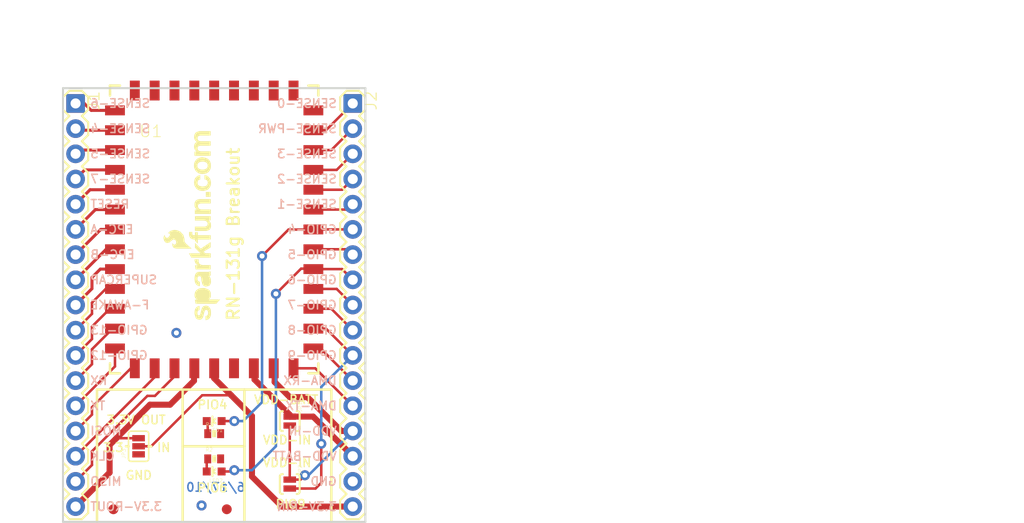
<source format=kicad_pcb>
(kicad_pcb (version 20211014) (generator pcbnew)
  (layers (0 "F.Cu" signal) (31 "B.Cu" signal) (34 "B.Paste" user) (35 "F.Paste" user) (36 "B.SilkS" user "B.Silkscreen") (37 "F.SilkS" user "F.Silkscreen") (38 "B.Mask" user) (39 "F.Mask" user) (44 "Edge.Cuts" user))
  (net 0 "")
  (net 1 "GND")
  (net 2 "3.3V-RIN")
  (net 3 "3.3V-ROUT")
  (net 4 "SENSE-PWR")
  (net 5 "RX")
  (net 6 "TX")
  (net 7 "MISO")
  (net 8 "MOSI")
  (net 9 "CLK")
  (net 10 "DMA-TX")
  (net 11 "DMA-RX")
  (net 12 "EPC-A")
  (net 13 "S_CAP")
  (net 14 "F_AWAKE")
  (net 15 "RESET")
  (net 16 "GPIO-4")
  (net 17 "GPIO-5")
  (net 18 "GPIO-6")
  (net 19 "GPIO-7")
  (net 20 "GPIO-8")
  (net 21 "GPIO-9")
  (net 22 "GPIO-12")
  (net 23 "GPIO-13")
  (net 24 "SEN0")
  (net 25 "SEN1")
  (net 26 "SEN2")
  (net 27 "SEN3")
  (net 28 "SEN4")
  (net 29 "SEN5")
  (net 30 "SEN6")
  (net 31 "SEN7")
  (net 32 "EPC-B")
  (net 33 "VDD-BATT")
  (net 34 "VDD-IN")
  (net 35 "N$1")
  (net 36 "N$2")
  (footprint "boardEagle:SJ_2S-NO" (layer "F.Cu") (at 156.1211 116.7036 -90)
    (fp_text reference "JP1" (at -0.908 -1.27 -90) (layer "F.SilkS") (effects (font (size 0.373888 0.373888) (thickness 0.032512)) (justify left bottom)))
    (fp_text value "")
    (pad "1" smd rect (at -0.45 0 270) (size 0.635 1.27) (layers "F.Cu" "F.Mask") (net 33 "VDD-BATT"))
    (pad "2" smd rect (at 0.45 0 270) (size 0.635 1.27) (layers "F.Cu" "F.Mask") (net 34 "VDD-IN"))
  )
  (footprint "boardEagle:LED-0603" (layer "F.Cu") (at 148.5011 116.7036 90)
    (fp_text reference "LED1" (at -0.6985 0.889 180) (layer "F.SilkS") (effects (font (size 0.373888 0.373888) (thickness 0.032512)) (justify right top)))
    (fp_text value "GREEN")
    (pad "A" smd rect (at 0 0.75 90) (size 0.8 0.8) (layers "F.Cu" "F.Paste" "F.Mask") (net 16 "GPIO-4"))
    (pad "C" smd rect (at 0 -0.75 90) (size 0.8 0.8) (layers "F.Cu" "F.Paste" "F.Mask") (net 36 "N$2"))
  )
  (footprint "boardEagle:SFE-NEW-WEBLOGO" (layer "F.Cu") (at 149.0891 106.5236 90)
    (fp_text reference "U$1" hide)
    (fp_text value "LOGO-SFENEW" hide)
  )
  (footprint "boardEagle:CREATIVE_COMMONS" (layer "F.Cu") (at 147.2311 115.4336)
    (fp_text reference "U$4" hide)
    (fp_text value "CREATIVE_COMMONS" hide)
  )
  (footprint "boardEagle:SJ_2S-NO" (layer "F.Cu") (at 156.1211 123.0536 -90)
    (fp_text reference "JP2" (at -0.908 -1.27 -90) (layer "F.SilkS") (effects (font (size 0.373888 0.373888) (thickness 0.032512)) (justify left bottom)))
    (fp_text value "")
    (pad "1" smd rect (at -0.45 0 270) (size 0.635 1.27) (layers "F.Cu" "F.Mask") (net 34 "VDD-IN"))
    (pad "2" smd rect (at 0.45 0 270) (size 0.635 1.27) (layers "F.Cu" "F.Mask") (net 21 "GPIO-9"))
  )
  (footprint "boardEagle:0402-RES" (layer "F.Cu") (at 148.5011 117.9736)
    (fp_text reference "R1" (at -0.889 -0.6985) (layer "F.SilkS") (effects (font (size 0.373888 0.373888) (thickness 0.032512)) (justify left bottom)))
    (fp_text value "220")
    (pad "1" smd rect (at -0.65 0) (size 0.7 0.9) (layers "F.Cu" "F.Paste" "F.Mask") (net 36 "N$2"))
    (pad "2" smd rect (at 0.65 0) (size 0.7 0.9) (layers "F.Cu" "F.Paste" "F.Mask") (net 1 "GND"))
  )
  (footprint "boardEagle:RN-131G" (layer "F.Cu") (at 148.5011 96.3836)
    (fp_text reference "U1" (at -7.62 -8.89) (layer "F.SilkS") (effects (font (size 1.176528 1.176528) (thickness 0.093472)) (justify left)))
    (fp_text value "RN-131G")
    (pad "P$1" smd rect (at -10 -11 90) (size 1 2) (layers "F.Cu" "F.Paste" "F.Mask") (net 30 "SEN6"))
    (pad "P$2" smd rect (at -10 -9 90) (size 1 2) (layers "F.Cu" "F.Paste" "F.Mask") (net 28 "SEN4"))
    (pad "P$3" smd rect (at -10 -7 90) (size 1 2) (layers "F.Cu" "F.Paste" "F.Mask") (net 29 "SEN5"))
    (pad "P$4" smd rect (at -10 -5 90) (size 1 2) (layers "F.Cu" "F.Paste" "F.Mask") (net 31 "SEN7"))
    (pad "P$5" smd rect (at -10 -3 90) (size 1 2) (layers "F.Cu" "F.Paste" "F.Mask") (net 15 "RESET"))
    (pad "P$6" smd rect (at -10 -1 90) (size 1 2) (layers "F.Cu" "F.Paste" "F.Mask") (net 12 "EPC-A"))
    (pad "P$7" smd rect (at -10 1 90) (size 1 2) (layers "F.Cu" "F.Paste" "F.Mask") (net 32 "EPC-B"))
    (pad "P$8" smd rect (at -10 3 90) (size 1 2) (layers "F.Cu" "F.Paste" "F.Mask") (net 13 "S_CAP"))
    (pad "P$9" smd rect (at -10 5 90) (size 1 2) (layers "F.Cu" "F.Paste" "F.Mask") (net 14 "F_AWAKE"))
    (pad "P$10" smd rect (at -10 7 90) (size 1 2) (layers "F.Cu" "F.Paste" "F.Mask") (net 23 "GPIO-13"))
    (pad "P$11" smd rect (at -10 9 90) (size 1 2) (layers "F.Cu" "F.Paste" "F.Mask") (net 22 "GPIO-12"))
    (pad "P$12" smd rect (at -10 11 90) (size 1 2) (layers "F.Cu" "F.Paste" "F.Mask") (net 5 "RX"))
    (pad "P$13" smd rect (at -10 13 90) (size 1 2) (layers "F.Cu" "F.Paste" "F.Mask") (net 6 "TX"))
    (pad "P$14" smd rect (at -8 15 180) (size 1 2) (layers "F.Cu" "F.Paste" "F.Mask") (net 8 "MOSI"))
    (pad "P$15" smd rect (at -6 15 180) (size 1 2) (layers "F.Cu" "F.Paste" "F.Mask") (net 9 "CLK"))
    (pad "P$16" smd rect (at -4 15 180) (size 1 2) (layers "F.Cu" "F.Paste" "F.Mask") (net 7 "MISO"))
    (pad "P$17" smd rect (at -2 15 180) (size 1 2) (layers "F.Cu" "F.Paste" "F.Mask") (net 3 "3.3V-ROUT"))
    (pad "P$18" smd rect (at 0 15 180) (size 1 2) (layers "F.Cu" "F.Paste" "F.Mask") (net 2 "3.3V-RIN"))
    (pad "P$19" smd rect (at 2 15 180) (size 1 2) (layers "F.Cu" "F.Paste" "F.Mask") (net 1 "GND"))
    (pad "P$20" smd rect (at 4 15 180) (size 1 2) (layers "F.Cu" "F.Paste" "F.Mask") (net 33 "VDD-BATT"))
    (pad "P$21" smd rect (at 6 15 180) (size 1 2) (layers "F.Cu" "F.Paste" "F.Mask") (net 34 "VDD-IN"))
    (pad "P$22" smd rect (at 8 15 180) (size 1 2) (layers "F.Cu" "F.Paste" "F.Mask") (net 10 "DMA-TX"))
    (pad "P$23" smd rect (at 10 13 270) (size 1 2) (layers "F.Cu" "F.Paste" "F.Mask") (net 11 "DMA-RX"))
    (pad "P$24" smd rect (at 10 11 270) (size 1 2) (layers "F.Cu" "F.Paste" "F.Mask") (net 21 "GPIO-9"))
    (pad "P$25" smd rect (at 10 9 270) (size 1 2) (layers "F.Cu" "F.Paste" "F.Mask") (net 20 "GPIO-8"))
    (pad "P$26" smd rect (at 10 7 270) (size 1 2) (layers "F.Cu" "F.Paste" "F.Mask") (net 19 "GPIO-7"))
    (pad "P$27" smd rect (at 10 5 270) (size 1 2) (layers "F.Cu" "F.Paste" "F.Mask") (net 18 "GPIO-6"))
    (pad "P$28" smd rect (at 10 3 270) (size 1 2) (layers "F.Cu" "F.Paste" "F.Mask") (net 17 "GPIO-5"))
    (pad "P$29" smd rect (at 10 1 270) (size 1 2) (layers "F.Cu" "F.Paste" "F.Mask") (net 16 "GPIO-4"))
    (pad "P$30" smd rect (at 10 -1 270) (size 1 2) (layers "F.Cu" "F.Paste" "F.Mask") (net 25 "SEN1"))
    (pad "P$31" smd rect (at 10 -3 270) (size 1 2) (layers "F.Cu" "F.Paste" "F.Mask") (net 26 "SEN2"))
    (pad "P$32" smd rect (at 10 -5 270) (size 1 2) (layers "F.Cu" "F.Paste" "F.Mask") (net 27 "SEN3"))
    (pad "P$33" smd rect (at 10 -7 270) (size 1 2) (layers "F.Cu" "F.Paste" "F.Mask") (net 4 "SENSE-PWR"))
    (pad "P$34" smd rect (at 10 -9 270) (size 1 2) (layers "F.Cu" "F.Paste" "F.Mask") (net 24 "SEN0"))
    (pad "P$35" smd rect (at 10 -11 270) (size 1 2) (layers "F.Cu" "F.Paste" "F.Mask"))
    (pad "P$36" smd rect (at 8 -13) (size 1 2) (layers "F.Cu" "F.Paste" "F.Mask") (net 1 "GND"))
    (pad "P$37" smd rect (at 6 -13) (size 1 2) (layers "F.Cu" "F.Paste" "F.Mask") (net 1 "GND"))
    (pad "P$38" smd rect (at 4 -13) (size 1 2) (layers "F.Cu" "F.Paste" "F.Mask") (net 1 "GND"))
    (pad "P$39" smd rect (at 2 -13) (size 1 2) (layers "F.Cu" "F.Paste" "F.Mask") (net 1 "GND"))
    (pad "P$40" smd rect (at 0 -13) (size 1 2) (layers "F.Cu" "F.Paste" "F.Mask") (net 1 "GND"))
    (pad "P$41" smd rect (at -2 -13) (size 1 2) (layers "F.Cu" "F.Paste" "F.Mask") (net 1 "GND"))
    (pad "P$42" smd rect (at -4 -13) (size 1 2) (layers "F.Cu" "F.Paste" "F.Mask") (net 1 "GND"))
    (pad "P$43" smd rect (at -6 -13) (size 1 2) (layers "F.Cu" "F.Paste" "F.Mask") (net 1 "GND"))
    (pad "P$44" smd rect (at -8 -13) (size 1 2) (layers "F.Cu" "F.Paste" "F.Mask") (net 1 "GND"))
  )
  (footprint "boardEagle:FIDUCIAL-1X2" (layer "F.Cu") (at 138.3411 125.5936)
    (fp_text reference "U$2" hide)
    (fp_text value "FIDUCIAL1X2" hide)
    (pad "1" smd roundrect (at 0 0) (size 1 1) (layers "F.Cu" "F.Mask") (roundrect_rratio 0.5))
  )
  (footprint "boardEagle:0402-RES" (layer "F.Cu") (at 148.5011 120.5136)
    (fp_text reference "R2" (at -0.889 -0.6985) (layer "F.SilkS") (effects (font (size 0.373888 0.373888) (thickness 0.032512)) (justify left bottom)))
    (fp_text value "220")
    (pad "1" smd rect (at -0.65 0) (size 0.7 0.9) (layers "F.Cu" "F.Paste" "F.Mask") (net 35 "N$1"))
    (pad "2" smd rect (at 0.65 0) (size 0.7 0.9) (layers "F.Cu" "F.Paste" "F.Mask") (net 1 "GND"))
  )
  (footprint "boardEagle:1X17" (layer "F.Cu") (at 134.5311 84.6836 -90)
    (fp_text reference "J1" (at -1.3462 -1.8288 90) (layer "F.SilkS") (effects (font (size 1.1557 1.1557) (thickness 0.1143)) (justify right)))
    (fp_text value "M17" hide)
    (pad "1" thru_hole rect (at 0 0) (size 1.8796 1.8796) (drill 1.016) (layers *.Cu *.Mask) (net 30 "SEN6"))
    (pad "2" thru_hole circle (at 2.54 0) (size 1.8796 1.8796) (drill 1.016) (layers *.Cu *.Mask) (net 28 "SEN4"))
    (pad "3" thru_hole circle (at 5.08 0) (size 1.8796 1.8796) (drill 1.016) (layers *.Cu *.Mask) (net 29 "SEN5"))
    (pad "4" thru_hole circle (at 7.62 0) (size 1.8796 1.8796) (drill 1.016) (layers *.Cu *.Mask) (net 31 "SEN7"))
    (pad "5" thru_hole circle (at 10.16 0) (size 1.8796 1.8796) (drill 1.016) (layers *.Cu *.Mask) (net 15 "RESET"))
    (pad "6" thru_hole circle (at 12.7 0) (size 1.8796 1.8796) (drill 1.016) (layers *.Cu *.Mask) (net 12 "EPC-A"))
    (pad "7" thru_hole circle (at 15.24 0) (size 1.8796 1.8796) (drill 1.016) (layers *.Cu *.Mask) (net 32 "EPC-B"))
    (pad "8" thru_hole circle (at 17.78 0) (size 1.8796 1.8796) (drill 1.016) (layers *.Cu *.Mask) (net 13 "S_CAP"))
    (pad "9" thru_hole circle (at 20.32 0) (size 1.8796 1.8796) (drill 1.016) (layers *.Cu *.Mask) (net 14 "F_AWAKE"))
    (pad "10" thru_hole circle (at 22.86 0) (size 1.8796 1.8796) (drill 1.016) (layers *.Cu *.Mask) (net 23 "GPIO-13"))
    (pad "11" thru_hole circle (at 25.4 0) (size 1.8796 1.8796) (drill 1.016) (layers *.Cu *.Mask) (net 22 "GPIO-12"))
    (pad "12" thru_hole circle (at 27.94 0) (size 1.8796 1.8796) (drill 1.016) (layers *.Cu *.Mask) (net 5 "RX"))
    (pad "13" thru_hole circle (at 30.48 0) (size 1.8796 1.8796) (drill 1.016) (layers *.Cu *.Mask) (net 6 "TX"))
    (pad "14" thru_hole circle (at 33.02 0) (size 1.8796 1.8796) (drill 1.016) (layers *.Cu *.Mask) (net 8 "MOSI"))
    (pad "15" thru_hole circle (at 35.56 0) (size 1.8796 1.8796) (drill 1.016) (layers *.Cu *.Mask) (net 9 "CLK"))
    (pad "16" thru_hole circle (at 38.1 0) (size 1.8796 1.8796) (drill 1.016) (layers *.Cu *.Mask) (net 7 "MISO"))
    (pad "17" thru_hole circle (at 40.64 0) (size 1.8796 1.8796) (drill 1.016) (layers *.Cu *.Mask) (net 3 "3.3V-ROUT"))
  )
  (footprint "boardEagle:SJ_3_PASTE1&2" (layer "F.Cu") (at 140.8811 119.2436 90)
    (fp_text reference "JP3" (at -1.27 -1.27 90) (layer "F.SilkS") (effects (font (size 0.373888 0.373888) (thickness 0.032512)) (justify left bottom)))
    (fp_text value "JUMPER-31-2")
    (pad "1" smd rect (at -0.8128 0 90) (size 0.635 1.27) (layers "F.Cu" "F.Mask") (net 1 "GND"))
    (pad "2" smd rect (at 0 0 90) (size 0.635 1.27) (layers "F.Cu" "F.Mask") (net 2 "3.3V-RIN"))
    (pad "3" smd rect (at 0.8128 0 90) (size 0.635 1.27) (layers "F.Cu" "F.Mask") (net 3 "3.3V-ROUT"))
  )
  (footprint "boardEagle:1X17" (layer "F.Cu") (at 162.4711 84.6836 -90)
    (fp_text reference "J2" (at -1.3462 -1.8288 90) (layer "F.SilkS") (effects (font (size 1.1557 1.1557) (thickness 0.1143)) (justify right)))
    (fp_text value "M17" hide)
    (pad "1" thru_hole rect (at 0 0) (size 1.8796 1.8796) (drill 1.016) (layers *.Cu *.Mask) (net 24 "SEN0"))
    (pad "2" thru_hole circle (at 2.54 0) (size 1.8796 1.8796) (drill 1.016) (layers *.Cu *.Mask) (net 4 "SENSE-PWR"))
    (pad "3" thru_hole circle (at 5.08 0) (size 1.8796 1.8796) (drill 1.016) (layers *.Cu *.Mask) (net 27 "SEN3"))
    (pad "4" thru_hole circle (at 7.62 0) (size 1.8796 1.8796) (drill 1.016) (layers *.Cu *.Mask) (net 26 "SEN2"))
    (pad "5" thru_hole circle (at 10.16 0) (size 1.8796 1.8796) (drill 1.016) (layers *.Cu *.Mask) (net 25 "SEN1"))
    (pad "6" thru_hole circle (at 12.7 0) (size 1.8796 1.8796) (drill 1.016) (layers *.Cu *.Mask) (net 16 "GPIO-4"))
    (pad "7" thru_hole circle (at 15.24 0) (size 1.8796 1.8796) (drill 1.016) (layers *.Cu *.Mask) (net 17 "GPIO-5"))
    (pad "8" thru_hole circle (at 17.78 0) (size 1.8796 1.8796) (drill 1.016) (layers *.Cu *.Mask) (net 18 "GPIO-6"))
    (pad "9" thru_hole circle (at 20.32 0) (size 1.8796 1.8796) (drill 1.016) (layers *.Cu *.Mask) (net 19 "GPIO-7"))
    (pad "10" thru_hole circle (at 22.86 0) (size 1.8796 1.8796) (drill 1.016) (layers *.Cu *.Mask) (net 20 "GPIO-8"))
    (pad "11" thru_hole circle (at 25.4 0) (size 1.8796 1.8796) (drill 1.016) (layers *.Cu *.Mask) (net 21 "GPIO-9"))
    (pad "12" thru_hole circle (at 27.94 0) (size 1.8796 1.8796) (drill 1.016) (layers *.Cu *.Mask) (net 11 "DMA-RX"))
    (pad "13" thru_hole circle (at 30.48 0) (size 1.8796 1.8796) (drill 1.016) (layers *.Cu *.Mask) (net 10 "DMA-TX"))
    (pad "14" thru_hole circle (at 33.02 0) (size 1.8796 1.8796) (drill 1.016) (layers *.Cu *.Mask) (net 34 "VDD-IN"))
    (pad "15" thru_hole circle (at 35.56 0) (size 1.8796 1.8796) (drill 1.016) (layers *.Cu *.Mask) (net 33 "VDD-BATT"))
    (pad "16" thru_hole circle (at 38.1 0) (size 1.8796 1.8796) (drill 1.016) (layers *.Cu *.Mask) (net 1 "GND"))
    (pad "17" thru_hole circle (at 40.64 0) (size 1.8796 1.8796) (drill 1.016) (layers *.Cu *.Mask) (net 2 "3.3V-RIN"))
  )
  (footprint "boardEagle:FIDUCIAL-1X2" (layer "F.Cu") (at 149.7711 125.5936)
    (fp_text reference "U$3" hide)
    (fp_text value "FIDUCIAL1X2" hide)
    (pad "1" smd roundrect (at 0 0) (size 1 1) (layers "F.Cu" "F.Mask") (roundrect_rratio 0.5))
  )
  (footprint "boardEagle:LED-0603" (layer "F.Cu") (at 148.5011 121.7836 90)
    (fp_text reference "LED2" (at -0.6985 0.889 180) (layer "F.SilkS") (effects (font (size 0.373888 0.373888) (thickness 0.032512)) (justify right top)))
    (fp_text value "RED")
    (pad "A" smd rect (at 0 0.75 90) (size 0.8 0.8) (layers "F.Cu" "F.Paste" "F.Mask") (net 18 "GPIO-6"))
    (pad "C" smd rect (at 0 -0.75 90) (size 0.8 0.8) (layers "F.Cu" "F.Paste" "F.Mask") (net 35 "N$1"))
  )
  (gr_line (start 139.8651 119.2436) (end 139.6111 119.2436) (layer "F.SilkS") (width 0.254))
  (gr_line (start 145.3261 113.5286) (end 151.5491 113.5286) (layer "F.SilkS") (width 0.254))
  (gr_line (start 145.3261 119.2436) (end 145.3261 126.7366) (layer "F.SilkS") (width 0.254))
  (gr_line (start 145.3261 119.2436) (end 151.5491 119.2436) (layer "F.SilkS") (width 0.254))
  (gr_line (start 151.5491 113.5286) (end 151.5491 119.2436) (layer "F.SilkS") (width 0.254))
  (gr_line (start 160.3121 113.5286) (end 160.3121 126.8636) (layer "F.SilkS") (width 0.254))
  (gr_line (start 145.3261 113.5286) (end 145.3261 119.2436) (layer "F.SilkS") (width 0.254))
  (gr_line (start 136.6901 126.8636) (end 136.6901 113.5286) (layer "F.SilkS") (width 0.254))
  (gr_line (start 151.5491 119.2436) (end 151.5491 126.8636) (layer "F.SilkS") (width 0.254))
  (gr_line (start 136.6901 113.5286) (end 145.3261 113.5286) (layer "F.SilkS") (width 0.254))
  (gr_line (start 141.8971 119.2436) (end 142.1511 119.2436) (layer "F.SilkS") (width 0.254))
  (gr_line (start 151.5491 113.5286) (end 160.3121 113.5286) (layer "F.SilkS") (width 0.254))
  (gr_line (start 133.2611 83.1436) (end 133.2611 126.8636) (layer "Edge.Cuts") (width 0.2032))
  (gr_line (start 163.7411 126.8636) (end 163.7411 83.1436) (layer "Edge.Cuts") (width 0.2032))
  (gr_line (start 163.7411 83.1436) (end 133.2611 83.1436) (layer "Edge.Cuts") (width 0.2032))
  (gr_line (start 133.2611 126.8636) (end 163.7411 126.8636) (layer "Edge.Cuts") (width 0.2032))
  (gr_text "6/17/10" (at 151.7121 123.8796) (layer "B.Cu") (effects (font (size 0.8636 0.8636) (thickness 0.1524)) (justify left bottom mirror)))
  (gr_text "GPIO-5" (at 160.9471 100.4316) (layer "B.SilkS") (effects (font (size 0.8636 0.8636) (thickness 0.1524)) (justify left bottom mirror)))
  (gr_text "F-AWAKE" (at 135.9281 104.4956) (layer "B.SilkS") (effects (font (size 0.8636 0.8636) (thickness 0.1524)) (justify right top mirror)))
  (gr_text "DMA-RX" (at 160.9471 113.1316) (layer "B.SilkS") (effects (font (size 0.8636 0.8636) (thickness 0.1524)) (justify left bottom mirror)))
  (gr_text "SENSE-6" (at 135.9281 84.1756) (layer "B.SilkS") (effects (font (size 0.8636 0.8636) (thickness 0.1524)) (justify right top mirror)))
  (gr_text "SUPERCAP" (at 135.9281 101.9556) (layer "B.SilkS") (effects (font (size 0.8636 0.8636) (thickness 0.1524)) (justify right top mirror)))
  (gr_text "SENSE-4" (at 135.9281 86.7156) (layer "B.SilkS") (effects (font (size 0.8636 0.8636) (thickness 0.1524)) (justify right top mirror)))
  (gr_text "MISO" (at 135.9281 122.2756) (layer "B.SilkS") (effects (font (size 0.8636 0.8636) (thickness 0.1524)) (justify right top mirror)))
  (gr_text "3.3V-RIN" (at 160.9471 125.8316) (layer "B.SilkS") (effects (font (size 0.8636 0.8636) (thickness 0.1524)) (justify left bottom mirror)))
  (gr_text "GPIO-12" (at 135.9281 109.5756) (layer "B.SilkS") (effects (font (size 0.8636 0.8636) (thickness 0.1524)) (justify right top mirror)))
  (gr_text "SENSE-2" (at 160.9471 92.8116) (layer "B.SilkS") (effects (font (size 0.8636 0.8636) (thickness 0.1524)) (justify left bottom mirror)))
  (gr_text "EPC-B" (at 135.9281 99.4156) (layer "B.SilkS") (effects (font (size 0.8636 0.8636) (thickness 0.1524)) (justify right top mirror)))
  (gr_text "GPIO-7" (at 160.9471 105.5116) (layer "B.SilkS") (effects (font (size 0.8636 0.8636) (thickness 0.1524)) (justify left bottom mirror)))
  (gr_text "SENSE-PWR" (at 160.9471 87.7316) (layer "B.SilkS") (effects (font (size 0.8636 0.8636) (thickness 0.1524)) (justify left bottom mirror)))
  (gr_text "GPIO-13" (at 135.9281 107.0356) (layer "B.SilkS") (effects (font (size 0.8636 0.8636) (thickness 0.1524)) (justify right top mirror)))
  (gr_text "SENSE-3" (at 160.9471 90.2716) (layer "B.SilkS") (effects (font (size 0.8636 0.8636) (thickness 0.1524)) (justify left bottom mirror)))
  (gr_text "DMA-TX" (at 160.9471 115.6716) (layer "B.SilkS") (effects (font (size 0.8636 0.8636) (thickness 0.1524)) (justify left bottom mirror)))
  (gr_text "MOSI" (at 135.9281 117.1956) (layer "B.SilkS") (effects (font (size 0.8636 0.8636) (thickness 0.1524)) (justify right top mirror)))
  (gr_text "SENSE-0" (at 160.9471 85.1916) (layer "B.SilkS") (effects (font (size 0.8636 0.8636) (thickness 0.1524)) (justify left bottom mirror)))
  (gr_text "GPIO-8" (at 160.9471 108.0516) (layer "B.SilkS") (effects (font (size 0.8636 0.8636) (thickness 0.1524)) (justify left bottom mirror)))
  (gr_text "RESET" (at 135.9281 94.3356) (layer "B.SilkS") (effects (font (size 0.8636 0.8636) (thickness 0.1524)) (justify right top mirror)))
  (gr_text "CLK" (at 135.9281 119.7356) (layer "B.SilkS") (effects (font (size 0.8636 0.8636) (thickness 0.1524)) (justify right top mirror)))
  (gr_text "SENSE-7" (at 135.9281 91.7956) (layer "B.SilkS") (effects (font (size 0.8636 0.8636) (thickness 0.1524)) (justify right top mirror)))
  (gr_text "RX" (at 135.9281 112.1156) (layer "B.SilkS") (effects (font (size 0.8636 0.8636) (thickness 0.1524)) (justify right top mirror)))
  (gr_text "GPIO-9" (at 160.9471 110.5916) (layer "B.SilkS") (effects (font (size 0.8636 0.8636) (thickness 0.1524)) (justify left bottom mirror)))
  (gr_text "GPIO-6" (at 160.9471 102.9716) (layer "B.SilkS") (effects (font (size 0.8636 0.8636) (thickness 0.1524)) (justify left bottom mirror)))
  (gr_text "VDD-BATT" (at 160.9471 120.7516) (layer "B.SilkS") (effects (font (size 0.8636 0.8636) (thickness 0.1524)) (justify left bottom mirror)))
  (gr_text "VDD-IN" (at 160.9471 118.2116) (layer "B.SilkS") (effects (font (size 0.8636 0.8636) (thickness 0.1524)) (justify left bottom mirror)))
  (gr_text "GPIO-4" (at 160.9471 97.8916) (layer "B.SilkS") (effects (font (size 0.8636 0.8636) (thickness 0.1524)) (justify left bottom mirror)))
  (gr_text "TX" (at 135.9281 114.6556) (layer "B.SilkS") (effects (font (size 0.8636 0.8636) (thickness 0.1524)) (justify right top mirror)))
  (gr_text "SENSE-1" (at 160.9471 95.3516) (layer "B.SilkS") (effects (font (size 0.8636 0.8636) (thickness 0.1524)) (justify left bottom mirror)))
  (gr_text "GND" (at 160.9471 123.2916) (layer "B.SilkS") (effects (font (size 0.8636 0.8636) (thickness 0.1524)) (justify left bottom mirror)))
  (gr_text "SENSE-5" (at 135.9281 89.2556) (layer "B.SilkS") (effects (font (size 0.8636 0.8636) (thickness 0.1524)) (justify right top mirror)))
  (gr_text "EPC-A" (at 135.9281 96.8756) (layer "B.SilkS") (effects (font (size 0.8636 0.8636) (thickness 0.1524)) (justify right top mirror)))
  (gr_text "3.3V-ROUT" (at 135.9281 124.8156) (layer "B.SilkS") (effects (font (size 0.8636 0.8636) (thickness 0.1524)) (justify right top mirror)))
  (gr_text "GND" (at 139.4841 122.6726) (layer "F.SilkS") (effects (font (size 0.8636 0.8636) (thickness 0.1524)) (justify left bottom)))
  (gr_text "RN-131g Breakout" (at 151.1371 106.6986 90) (layer "F.SilkS") (effects (font (size 1.20904 1.20904) (thickness 0.21336)) (justify left bottom)))
  (gr_text "PIO6" (at 146.7231 123.9426) (layer "F.SilkS") (effects (font (size 0.8636 0.8636) (thickness 0.1524)) (justify left bottom)))
  (gr_text "VDD-IN" (at 153.3271 119.1166) (layer "F.SilkS") (effects (font (size 0.8636 0.8636) (thickness 0.1524)) (justify left bottom)))
  (gr_text "PIO4" (at 146.7231 115.5606) (layer "F.SilkS") (effects (font (size 0.8636 0.8636) (thickness 0.1524)) (justify left bottom)))
  (gr_text "PIO9" (at 154.5971 125.5936) (layer "F.SilkS") (effects (font (size 0.8636 0.8636) (thickness 0.1524)) (justify left bottom)))
  (gr_text "3.3" (at 137.1981 119.8786) (layer "F.SilkS") (effects (font (size 0.8636 0.8636) (thickness 0.1524)) (justify left bottom)))
  (gr_text "VDD-IN" (at 153.3271 121.4026) (layer "F.SilkS") (effects (font (size 0.8636 0.8636) (thickness 0.1524)) (justify left bottom)))
  (gr_text "VDD-BATT" (at 152.4381 115.0526) (layer "F.SilkS") (effects (font (size 0.8636 0.8636) (thickness 0.1524)) (justify left bottom)))
  (gr_text "3.3V OUT" (at 137.5791 117.0846) (layer "F.SilkS") (effects (font (size 0.8636 0.8636) (thickness 0.1524)) (justify left bottom)))
  (gr_text "IN" (at 142.6591 119.8786) (layer "F.SilkS") (effects (font (size 0.8636 0.8636) (thickness 0.1524)) (justify left bottom)))
  (via (at 147.2311 125.2126) (size 1.016) (drill 0.508) (layers "F.Cu" "B.Cu") (net 1))
  (via (at 144.6911 107.8136) (size 1.016) (drill 0.508) (layers "F.Cu" "B.Cu") (net 1))
  (segment (start 152.3111 116.1956) (end 152.3111 122.2916) (width 0.6096) (layer "F.Cu") (net 2))
  (segment (start 152.3111 122.2916) (end 155.3431 125.3236) (width 0.6096) (layer "F.Cu") (net 2))
  (segment (start 150.2156 114.1001) (end 148.5011 112.3856) (width 0.6096) (layer "F.Cu") (net 2))
  (segment (start 155.3431 125.3236) (end 162.4711 125.3236) (width 0.6096) (layer "F.Cu") (net 2))
  (segment (start 148.5011 112.3856) (end 148.5011 111.3836) (width 0.254) (layer "F.Cu") (net 2))
  (segment (start 148.5011 112.3856) (end 148.5011 111.3696) (width 0.6096) (layer "F.Cu") (net 2))
  (segment (start 142.1511 119.2436) (end 147.2946 114.1001) (width 0.254) (layer "F.Cu") (net 2))
  (segment (start 140.8811 119.2436) (end 142.1511 119.2436) (width 0.254) (layer "F.Cu") (net 2))
  (segment (start 150.2156 114.1001) (end 152.3111 116.1956) (width 0.6096) (layer "F.Cu") (net 2))
  (segment (start 147.2946 114.1001) (end 150.2156 114.1001) (width 0.254) (layer "F.Cu") (net 2))
  (segment (start 137.9601 119.1166) (end 138.5951 118.4816) (width 0.6096) (layer "F.Cu") (net 3))
  (segment (start 137.9601 121.8946) (end 137.9601 119.1166) (width 0.6096) (layer "F.Cu") (net 3))
  (segment (start 138.6459 118.4308) (end 140.8811 118.4308) (width 0.254) (layer "F.Cu") (net 3))
  (segment (start 138.5951 118.4816) (end 138.6459 118.4308) (width 0.254) (layer "F.Cu") (net 3))
  (segment (start 146.4691 112.6396) (end 146.4691 111.4156) (width 0.6096) (layer "F.Cu") (net 3))
  (segment (start 138.5951 118.4816) (end 142.0241 115.0526) (width 0.6096) (layer "F.Cu") (net 3))
  (segment (start 134.5311 125.3236) (end 137.9601 121.8946) (width 0.6096) (layer "F.Cu") (net 3))
  (segment (start 142.0241 115.0526) (end 144.0561 115.0526) (width 0.6096) (layer "F.Cu") (net 3))
  (segment (start 144.0561 115.0526) (end 146.4691 112.6396) (width 0.6096) (layer "F.Cu") (net 3))
  (segment (start 146.4691 111.4156) (end 146.5011 111.3836) (width 0.6096) (layer "F.Cu") (net 3))
  (segment (start 158.5011 89.3836) (end 160.3111 89.3836) (width 0.254) (layer "F.Cu") (net 4))
  (segment (start 160.3111 89.3836) (end 162.4711 87.2236) (width 0.254) (layer "F.Cu") (net 4))
  (segment (start 136.1821 109.4646) (end 138.2631 107.3836) (width 0.254) (layer "F.Cu") (net 5))
  (segment (start 136.1821 110.9726) (end 136.1821 109.4646) (width 0.254) (layer "F.Cu") (net 5))
  (segment (start 134.5311 112.6236) (end 136.1821 110.9726) (width 0.254) (layer "F.Cu") (net 5))
  (segment (start 138.2631 107.3836) (end 138.5011 107.3836) (width 0.254) (layer "F.Cu") (net 5))
  (segment (start 138.5011 111.1936) (end 138.5011 109.3836) (width 0.254) (layer "F.Cu") (net 6))
  (segment (start 134.5311 115.1636) (end 138.5011 111.1936) (width 0.254) (layer "F.Cu") (net 6))
  (segment (start 141.7701 114.1636) (end 142.5321 114.1636) (width 0.254) (layer "F.Cu") (net 7))
  (segment (start 136.1821 121.1326) (end 136.1821 119.7516) (width 0.254) (layer "F.Cu") (net 7))
  (segment (start 134.5311 122.7836) (end 136.1821 121.1326) (width 0.254) (layer "F.Cu") (net 7))
  (segment (start 144.5011 112.1946) (end 144.5011 111.3836) (width 0.254) (layer "F.Cu") (net 7))
  (segment (start 142.5321 114.1636) (end 144.5011 112.1946) (width 0.254) (layer "F.Cu") (net 7))
  (segment (start 136.1821 119.7516) (end 141.7701 114.1636) (width 0.254) (layer "F.Cu") (net 7))
  (segment (start 140.1051 111.3836) (end 140.5011 111.3836) (width 0.254) (layer "F.Cu") (net 8))
  (segment (start 136.1821 115.3066) (end 140.1051 111.3836) (width 0.254) (layer "F.Cu") (net 8))
  (segment (start 136.1821 116.0526) (end 136.1821 115.3066) (width 0.254) (layer "F.Cu") (net 8))
  (segment (start 134.5311 117.7036) (end 136.1821 116.0526) (width 0.254) (layer "F.Cu") (net 8))
  (segment (start 134.5311 120.2436) (end 142.5011 112.2736) (width 0.254) (layer "F.Cu") (net 9))
  (segment (start 142.5011 112.2736) (end 142.5011 111.3836) (width 0.254) (layer "F.Cu") (net 9))
  (segment (start 162.4711 115.1636) (end 158.6911 111.3836) (width 0.254) (layer "F.Cu") (net 10))
  (segment (start 158.6911 111.3836) (end 156.5011 111.3836) (width 0.254) (layer "F.Cu") (net 10))
  (segment (start 159.2311 109.3836) (end 162.4711 112.6236) (width 0.254) (layer "F.Cu") (net 11))
  (segment (start 158.5011 109.3836) (end 159.2311 109.3836) (width 0.254) (layer "F.Cu") (net 11))
  (segment (start 136.5311 95.3836) (end 138.5011 95.3836) (width 0.3048) (layer "F.Cu") (net 12))
  (segment (start 134.5311 97.3836) (end 136.5311 95.3836) (width 0.3048) (layer "F.Cu") (net 12))
  (segment (start 134.5311 102.4636) (end 137.6111 99.3836) (width 0.3048) (layer "F.Cu") (net 13))
  (segment (start 137.6111 99.3836) (end 138.5011 99.3836) (width 0.3048) (layer "F.Cu") (net 13))
  (segment (start 136.1821 103.3526) (end 136.1821 102.2256) (width 0.3048) (layer "F.Cu") (net 14))
  (segment (start 137.0241 101.3836) (end 138.5011 101.3836) (width 0.3048) (layer "F.Cu") (net 14))
  (segment (start 134.5311 105.0036) (end 136.1821 103.3526) (width 0.3048) (layer "F.Cu") (net 14))
  (segment (start 136.1821 102.2256) (end 137.0241 101.3836) (width 0.3048) (layer "F.Cu") (net 14))
  (segment (start 135.9911 93.3836) (end 138.5011 93.3836) (width 0.3048) (layer "F.Cu") (net 15))
  (segment (start 134.5311 94.8436) (end 135.9911 93.3836) (width 0.3048) (layer "F.Cu") (net 15))
  (segment (start 155.9941 97.3996) (end 158.4851 97.3996) (width 0.254) (layer "F.Cu") (net 16))
  (segment (start 158.5011 97.3836) (end 162.4711 97.3836) (width 0.254) (layer "F.Cu") (net 16))
  (segment (start 158.4851 97.3996) (end 158.5011 97.3836) (width 0.254) (layer "F.Cu") (net 16))
  (segment (start 153.3271 100.0666) (end 155.9941 97.3996) (width 0.254) (layer "F.Cu") (net 16))
  (segment (start 149.2511 116.7036) (end 150.5331 116.7036) (width 0.254) (layer "F.Cu") (net 16))
  (via (at 153.3271 100.0666) (size 1.016) (drill 0.508) (layers "F.Cu" "B.Cu") (net 16))
  (via (at 150.5331 116.7036) (size 1.016) (drill 0.508) (layers "F.Cu" "B.Cu") (net 16))
  (segment (start 153.3271 114.7986) (end 153.3271 100.0666) (width 0.254) (layer "B.Cu") (net 16))
  (segment (start 150.5331 116.7036) (end 151.4221 116.7036) (width 0.254) (layer "B.Cu") (net 16))
  (segment (start 151.4221 116.7036) (end 153.3271 114.7986) (width 0.254) (layer "B.Cu") (net 16))
  (segment (start 158.5011 99.3836) (end 161.9311 99.3836) (width 0.254) (layer "F.Cu") (net 17))
  (segment (start 161.9311 99.3836) (end 162.4711 99.9236) (width 0.254) (layer "F.Cu") (net 17))
  (segment (start 161.3911 101.3836) (end 162.4711 102.4636) (width 0.254) (layer "F.Cu") (net 18))
  (segment (start 154.7241 103.8766) (end 157.2641 101.3366) (width 0.254) (layer "F.Cu") (net 18))
  (segment (start 157.2641 101.3366) (end 158.4541 101.3366) (width 0.254) (layer "F.Cu") (net 18))
  (segment (start 150.4061 121.7836) (end 150.5331 121.6566) (width 0.254) (layer "F.Cu") (net 18))
  (segment (start 158.5011 101.3836) (end 161.3911 101.3836) (width 0.254) (layer "F.Cu") (net 18))
  (segment (start 158.4541 101.3366) (end 158.5011 101.3836) (width 0.254) (layer "F.Cu") (net 18))
  (segment (start 149.2511 121.7836) (end 150.4061 121.7836) (width 0.254) (layer "F.Cu") (net 18))
  (via (at 150.5331 121.6566) (size 1.016) (drill 0.508) (layers "F.Cu" "B.Cu") (net 18))
  (via (at 154.7241 103.8766) (size 1.016) (drill 0.508) (layers "F.Cu" "B.Cu") (net 18))
  (segment (start 150.5331 121.6566) (end 152.3111 121.6566) (width 0.254) (layer "B.Cu") (net 18))
  (segment (start 152.3111 121.6566) (end 154.7241 119.2436) (width 0.254) (layer "B.Cu") (net 18))
  (segment (start 154.7241 119.2436) (end 154.7241 103.8766) (width 0.254) (layer "B.Cu") (net 18))
  (segment (start 160.8511 103.3836) (end 162.4711 105.0036) (width 0.254) (layer "F.Cu") (net 19))
  (segment (start 158.5011 103.3836) (end 160.8511 103.3836) (width 0.254) (layer "F.Cu") (net 19))
  (segment (start 158.5011 105.3836) (end 160.3111 105.3836) (width 0.254) (layer "F.Cu") (net 20))
  (segment (start 160.3111 105.3836) (end 162.4711 107.5436) (width 0.254) (layer "F.Cu") (net 20))
  (segment (start 159.7711 107.3836) (end 158.5011 107.3836) (width 0.254) (layer "F.Cu") (net 21))
  (segment (start 162.4711 110.0836) (end 159.7711 107.3836) (width 0.254) (layer "F.Cu") (net 21))
  (segment (start 158.7191 123.5036) (end 159.2961 122.9266) (width 0.254) (layer "F.Cu") (net 21))
  (segment (start 156.1211 123.5036) (end 158.7191 123.5036) (width 0.254) (layer "F.Cu") (net 21))
  (segment (start 159.2961 122.9266) (end 159.2961 118.9896) (width 0.254) (layer "F.Cu") (net 21))
  (via (at 159.2961 118.9896) (size 1.016) (drill 0.508) (layers "F.Cu" "B.Cu") (net 21))
  (segment (start 159.2961 118.9896) (end 159.2961 113.2586) (width 0.254) (layer "B.Cu") (net 21))
  (segment (start 159.2961 113.2586) (end 162.4711 110.0836) (width 0.254) (layer "B.Cu") (net 21))
  (segment (start 136.1821 108.4326) (end 136.1821 107.1786) (width 0.254) (layer "F.Cu") (net 22))
  (segment (start 136.1821 107.1786) (end 137.9771 105.3836) (width 0.254) (layer "F.Cu") (net 22))
  (segment (start 134.5311 110.0836) (end 136.1821 108.4326) (width 0.254) (layer "F.Cu") (net 22))
  (segment (start 137.9771 105.3836) (end 138.5011 105.3836) (width 0.254) (layer "F.Cu") (net 22))
  (segment (start 137.5641 103.3836) (end 138.5011 103.3836) (width 0.254) (layer "F.Cu") (net 23))
  (segment (start 136.1821 105.8926) (end 136.1821 104.7656) (width 0.254) (layer "F.Cu") (net 23))
  (segment (start 134.5311 107.5436) (end 136.1821 105.8926) (width 0.254) (layer "F.Cu") (net 23))
  (segment (start 136.1821 104.7656) (end 137.5641 103.3836) (width 0.254) (layer "F.Cu") (net 23))
  (segment (start 158.5011 87.3836) (end 159.7711 87.3836) (width 0.254) (layer "F.Cu") (net 24))
  (segment (start 159.7711 87.3836) (end 162.4711 84.6836) (width 0.254) (layer "F.Cu") (net 24))
  (segment (start 158.5011 95.3836) (end 161.9311 95.3836) (width 0.254) (layer "F.Cu") (net 25))
  (segment (start 161.9311 95.3836) (end 162.4711 94.8436) (width 0.254) (layer "F.Cu") (net 25))
  (segment (start 158.5011 93.3836) (end 161.3911 93.3836) (width 0.254) (layer "F.Cu") (net 26))
  (segment (start 161.3911 93.3836) (end 162.4711 92.3036) (width 0.254) (layer "F.Cu") (net 26))
  (segment (start 160.8511 91.3836) (end 162.4711 89.7636) (width 0.254) (layer "F.Cu") (net 27))
  (segment (start 158.5011 91.3836) (end 160.8511 91.3836) (width 0.254) (layer "F.Cu") (net 27))
  (segment (start 134.5311 87.2236) (end 134.6911 87.3836) (width 0.3048) (layer "F.Cu") (net 28))
  (segment (start 134.6911 87.3836) (end 138.5011 87.3836) (width 0.3048) (layer "F.Cu") (net 28))
  (segment (start 134.5311 89.7636) (end 134.9111 89.3836) (width 0.3048) (layer "F.Cu") (net 29))
  (segment (start 134.9111 89.3836) (end 138.5011 89.3836) (width 0.3048) (layer "F.Cu") (net 29))
  (segment (start 134.5311 84.6836) (end 134.5471 84.6996) (width 0.3048) (layer "F.Cu") (net 30))
  (segment (start 134.5471 84.6996) (end 135.4201 84.6996) (width 0.3048) (layer "F.Cu") (net 30))
  (segment (start 135.4201 84.6996) (end 136.1041 85.3836) (width 0.3048) (layer "F.Cu") (net 30))
  (segment (start 136.1041 85.3836) (end 138.5011 85.3836) (width 0.3048) (layer "F.Cu") (net 30))
  (segment (start 135.4511 91.3836) (end 138.5011 91.3836) (width 0.3048) (layer "F.Cu") (net 31))
  (segment (start 134.5311 92.3036) (end 135.4511 91.3836) (width 0.3048) (layer "F.Cu") (net 31))
  (segment (start 134.5311 99.9236) (end 137.0711 97.3836) (width 0.3048) (layer "F.Cu") (net 32))
  (segment (start 137.0711 97.3836) (end 138.5011 97.3836) (width 0.3048) (layer "F.Cu") (net 32))
  (segment (start 152.5651 112.5126) (end 152.5651 111.4476) (width 0.6096) (layer "F.Cu") (net 33))
  (segment (start 152.5651 112.5126) (end 156.1211 116.0686) (width 0.6096) (layer "F.Cu") (net 33))
  (segment (start 156.1211 116.2536) (end 158.4811 116.2536) (width 0.6096) (layer "F.Cu") (net 33))
  (segment (start 156.1211 116.0686) (end 156.1211 116.2536) (width 0.6096) (layer "F.Cu") (net 33))
  (segment (start 158.4811 116.2536) (end 162.4711 120.2436) (width 0.6096) (layer "F.Cu") (net 33))
  (segment (start 152.5651 111.4476) (end 152.5011 111.3836) (width 0.6096) (layer "F.Cu") (net 33))
  (segment (start 156.1211 114.2906) (end 154.5971 112.7666) (width 0.6096) (layer "F.Cu") (net 34))
  (segment (start 161.3121 117.7036) (end 157.8991 114.2906) (width 0.6096) (layer "F.Cu") (net 34))
  (segment (start 156.1211 122.6036) (end 157.2061 122.6036) (width 0.254) (layer "F.Cu") (net 34))
  (segment (start 154.5971 111.4796) (end 154.5011 111.3836) (width 0.6096) (layer "F.Cu") (net 34))
  (segment (start 157.2061 122.6036) (end 157.6451 122.1646) (width 0.254) (layer "F.Cu") (net 34))
  (segment (start 162.4711 117.7036) (end 161.3121 117.7036) (width 0.6096) (layer "F.Cu") (net 34))
  (segment (start 156.1211 122.6036) (end 156.1211 117.1536) (width 0.254) (layer "F.Cu") (net 34))
  (segment (start 154.5971 112.7666) (end 154.5971 111.4796) (width 0.6096) (layer "F.Cu") (net 34))
  (segment (start 157.8991 114.2906) (end 156.1211 114.2906) (width 0.6096) (layer "F.Cu") (net 34))
  (via (at 157.6451 122.1646) (size 1.016) (drill 0.508) (layers "F.Cu" "B.Cu") (net 34))
  (segment (start 157.6451 122.1646) (end 158.0101 122.1646) (width 0.254) (layer "B.Cu") (net 34))
  (segment (start 158.0101 122.1646) (end 162.4711 117.7036) (width 0.254) (layer "B.Cu") (net 34))
  (segment (start 147.7511 120.6136) (end 147.8511 120.5136) (width 0.254) (layer "F.Cu") (net 35))
  (segment (start 147.7511 121.7836) (end 147.7511 120.6136) (width 0.254) (layer "F.Cu") (net 35))
  (segment (start 147.8511 116.8036) (end 147.7511 116.7036) (width 0.254) (layer "F.Cu") (net 36))
  (segment (start 147.8511 117.9736) (end 147.8511 116.8036) (width 0.254) (layer "F.Cu") (net 36))
)
</source>
